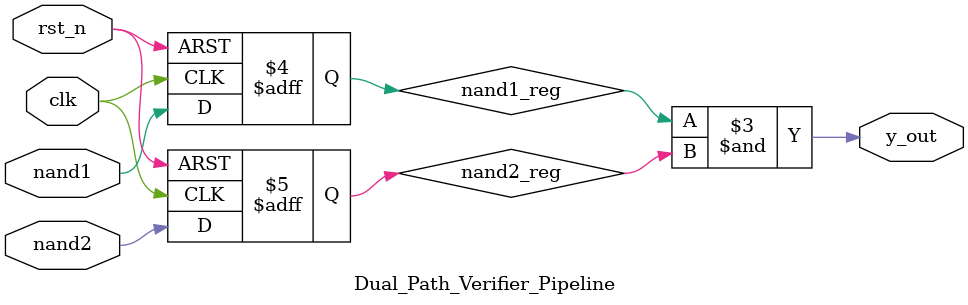
<source format=sv>
module Redundant_NAND(
    input  wire clk,
    input  wire rst_n,
    input  wire a,
    input  wire b,
    output wire y
);

    // Stage 1: Input Registering
    reg a_stage1;
    reg b_stage1;

    always @(posedge clk or negedge rst_n) begin
        if (!rst_n) begin
            a_stage1 <= 1'b0;
            b_stage1 <= 1'b0;
        end else begin
            a_stage1 <= a;
            b_stage1 <= b;
        end
    end

    // Stage 2: Parallel NAND Computation
    wire nand1_stage2;
    wire nand2_stage2;

    NAND_Path_Pipeline nand_path1 (
        .clk      (clk),
        .rst_n    (rst_n),
        .in1      (a_stage1),
        .in2      (b_stage1),
        .nand_out (nand1_stage2)
    );

    NAND_Path_Pipeline nand_path2 (
        .clk      (clk),
        .rst_n    (rst_n),
        .in1      (a_stage1),
        .in2      (b_stage1),
        .nand_out (nand2_stage2)
    );

    // Stage 3: Registered Verification
    wire y_stage3;

    Dual_Path_Verifier_Pipeline verifier (
        .clk    (clk),
        .rst_n  (rst_n),
        .nand1  (nand1_stage2),
        .nand2  (nand2_stage2),
        .y_out  (y_stage3)
    );

    // Output Register
    reg y_out_reg;
    always @(posedge clk or negedge rst_n) begin
        if (!rst_n)
            y_out_reg <= 1'b0;
        else
            y_out_reg <= y_stage3;
    end

    assign y = y_out_reg;

endmodule

// Submodule: Pipelined NAND Path
module NAND_Path_Pipeline (
    input  wire clk,
    input  wire rst_n,
    input  wire in1,
    input  wire in2,
    output wire nand_out
);

    // Pipeline Register Stage
    reg in1_reg;
    reg in2_reg;

    always @(posedge clk or negedge rst_n) begin
        if (!rst_n) begin
            in1_reg <= 1'b0;
            in2_reg <= 1'b0;
        end else begin
            in1_reg <= in1;
            in2_reg <= in2;
        end
    end

    // Combinational NAND Logic
    assign nand_out = ~(in1_reg & in2_reg);

endmodule

// Submodule: Pipelined Dual-Path Verifier
module Dual_Path_Verifier_Pipeline (
    input  wire clk,
    input  wire rst_n,
    input  wire nand1,
    input  wire nand2,
    output wire y_out
);

    // Pipeline Register Stage
    reg nand1_reg;
    reg nand2_reg;

    always @(posedge clk or negedge rst_n) begin
        if (!rst_n) begin
            nand1_reg <= 1'b0;
            nand2_reg <= 1'b0;
        end else begin
            nand1_reg <= nand1;
            nand2_reg <= nand2;
        end
    end

    // Combinational AND Logic
    assign y_out = nand1_reg & nand2_reg;

endmodule
</source>
